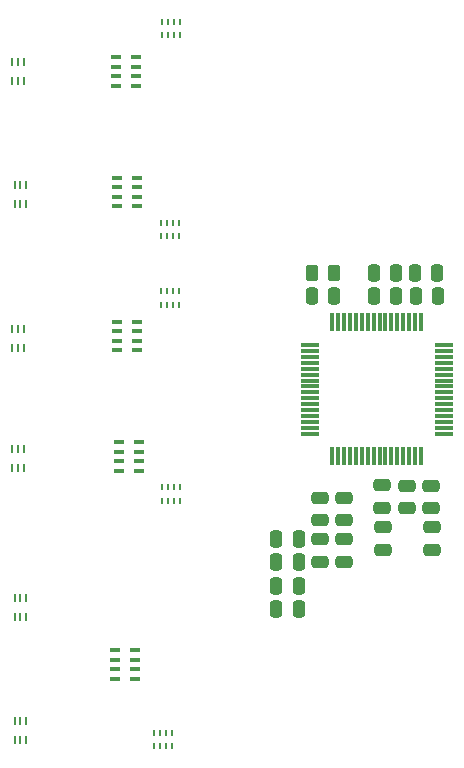
<source format=gbr>
%TF.GenerationSoftware,KiCad,Pcbnew,8.0.4*%
%TF.CreationDate,2024-11-14T19:13:44-05:00*%
%TF.ProjectId,ADS1299_Breakout_Board,41445331-3239-4395-9f42-7265616b6f75,rev?*%
%TF.SameCoordinates,Original*%
%TF.FileFunction,Paste,Top*%
%TF.FilePolarity,Positive*%
%FSLAX46Y46*%
G04 Gerber Fmt 4.6, Leading zero omitted, Abs format (unit mm)*
G04 Created by KiCad (PCBNEW 8.0.4) date 2024-11-14 19:13:44*
%MOMM*%
%LPD*%
G01*
G04 APERTURE LIST*
G04 Aperture macros list*
%AMRoundRect*
0 Rectangle with rounded corners*
0 $1 Rounding radius*
0 $2 $3 $4 $5 $6 $7 $8 $9 X,Y pos of 4 corners*
0 Add a 4 corners polygon primitive as box body*
4,1,4,$2,$3,$4,$5,$6,$7,$8,$9,$2,$3,0*
0 Add four circle primitives for the rounded corners*
1,1,$1+$1,$2,$3*
1,1,$1+$1,$4,$5*
1,1,$1+$1,$6,$7*
1,1,$1+$1,$8,$9*
0 Add four rect primitives between the rounded corners*
20,1,$1+$1,$2,$3,$4,$5,0*
20,1,$1+$1,$4,$5,$6,$7,0*
20,1,$1+$1,$6,$7,$8,$9,0*
20,1,$1+$1,$8,$9,$2,$3,0*%
G04 Aperture macros list end*
%ADD10RoundRect,0.250000X-0.250000X-0.475000X0.250000X-0.475000X0.250000X0.475000X-0.250000X0.475000X0*%
%ADD11RoundRect,0.250000X-0.475000X0.250000X-0.475000X-0.250000X0.475000X-0.250000X0.475000X0.250000X0*%
%ADD12R,0.250000X0.600000*%
%ADD13R,0.900000X0.400000*%
%ADD14R,0.199200X0.704800*%
%ADD15RoundRect,0.250000X0.250000X0.475000X-0.250000X0.475000X-0.250000X-0.475000X0.250000X-0.475000X0*%
%ADD16RoundRect,0.035000X-0.745000X-0.105000X0.745000X-0.105000X0.745000X0.105000X-0.745000X0.105000X0*%
%ADD17RoundRect,0.035000X-0.105000X-0.745000X0.105000X-0.745000X0.105000X0.745000X-0.105000X0.745000X0*%
%ADD18RoundRect,0.250000X0.262500X0.450000X-0.262500X0.450000X-0.262500X-0.450000X0.262500X-0.450000X0*%
%ADD19RoundRect,0.250000X0.475000X-0.250000X0.475000X0.250000X-0.475000X0.250000X-0.475000X-0.250000X0*%
G04 APERTURE END LIST*
D10*
%TO.C,C10*%
X159550000Y-71250000D03*
X161450000Y-71250000D03*
%TD*%
D11*
%TO.C,C9*%
X160250000Y-91800000D03*
X160250000Y-93700000D03*
%TD*%
D10*
%TO.C,C22*%
X156550000Y-95750000D03*
X158450000Y-95750000D03*
%TD*%
D12*
%TO.C,C12*%
X146200000Y-109325000D03*
X146700000Y-109325000D03*
X147200000Y-109325000D03*
X147700000Y-109325000D03*
X147700000Y-108175000D03*
X147200000Y-108175000D03*
X146700000Y-108175000D03*
X146200000Y-108175000D03*
%TD*%
D13*
%TO.C,RN3*%
X144700000Y-53400000D03*
X144700000Y-52600000D03*
X144700000Y-51800000D03*
X144700000Y-51000000D03*
X143000000Y-51000000D03*
X143000000Y-51800000D03*
X143000000Y-52600000D03*
X143000000Y-53400000D03*
%TD*%
D11*
%TO.C,C3*%
X165538500Y-87227000D03*
X165538500Y-89127000D03*
%TD*%
D14*
%TO.C,U5*%
X135399999Y-61795199D03*
X134900000Y-61795199D03*
X134400001Y-61795199D03*
X134400001Y-63400001D03*
X134900000Y-63400001D03*
X135399999Y-63400001D03*
%TD*%
D13*
%TO.C,RN4*%
X144800000Y-63600000D03*
X144800000Y-62800000D03*
X144800000Y-62000000D03*
X144800000Y-61200000D03*
X143100000Y-61200000D03*
X143100000Y-62000000D03*
X143100000Y-62800000D03*
X143100000Y-63600000D03*
%TD*%
D11*
%TO.C,C17*%
X160250000Y-88300000D03*
X160250000Y-90200000D03*
%TD*%
D13*
%TO.C,RN2*%
X144600000Y-103600000D03*
X144600000Y-102800000D03*
X144600000Y-102000000D03*
X144600000Y-101200000D03*
X142900000Y-101200000D03*
X142900000Y-102000000D03*
X142900000Y-102800000D03*
X142900000Y-103600000D03*
%TD*%
D10*
%TO.C,C15*%
X168350000Y-71250000D03*
X170250000Y-71250000D03*
%TD*%
D12*
%TO.C,C14*%
X146800000Y-66150000D03*
X147300000Y-66150000D03*
X147800000Y-66150000D03*
X148300000Y-66150000D03*
X148300000Y-65000000D03*
X147800000Y-65000000D03*
X147300000Y-65000000D03*
X146800000Y-65000000D03*
%TD*%
D14*
%TO.C,U4*%
X135199999Y-51395199D03*
X134700000Y-51395199D03*
X134200001Y-51395199D03*
X134200001Y-53000001D03*
X134700000Y-53000001D03*
X135199999Y-53000001D03*
%TD*%
D10*
%TO.C,C7*%
X164800000Y-71250000D03*
X166700000Y-71250000D03*
%TD*%
D15*
%TO.C,C6*%
X166697800Y-69250000D03*
X164797800Y-69250000D03*
%TD*%
D11*
%TO.C,C18*%
X162250000Y-88300000D03*
X162250000Y-90200000D03*
%TD*%
D16*
%TO.C,U2*%
X159370000Y-75370000D03*
X159370000Y-75870000D03*
X159370000Y-76370000D03*
X159370000Y-76870000D03*
X159370000Y-77370000D03*
X159370000Y-77870000D03*
X159370000Y-78370000D03*
X159370000Y-78870000D03*
X159370000Y-79370000D03*
X159370000Y-79870000D03*
X159370000Y-80370000D03*
X159370000Y-80870000D03*
X159370000Y-81370000D03*
X159370000Y-81870000D03*
X159370000Y-82370000D03*
X159370000Y-82870000D03*
D17*
X161300000Y-84800000D03*
X161800000Y-84800000D03*
X162300000Y-84800000D03*
X162800000Y-84800000D03*
X163300000Y-84800000D03*
X163800000Y-84800000D03*
X164300000Y-84800000D03*
X164800000Y-84800000D03*
X165300000Y-84800000D03*
X165800000Y-84800000D03*
X166300000Y-84800000D03*
X166800000Y-84800000D03*
X167300000Y-84800000D03*
X167800000Y-84800000D03*
X168300000Y-84800000D03*
X168800000Y-84800000D03*
D16*
X170730000Y-82870000D03*
X170730000Y-82370000D03*
X170730000Y-81870000D03*
X170730000Y-81370000D03*
X170730000Y-80870000D03*
X170730000Y-80370000D03*
X170730000Y-79870000D03*
X170730000Y-79370000D03*
X170730000Y-78870000D03*
X170730000Y-78370000D03*
X170730000Y-77870000D03*
X170730000Y-77370000D03*
X170730000Y-76870000D03*
X170730000Y-76370000D03*
X170730000Y-75870000D03*
X170730000Y-75370000D03*
D17*
X168800000Y-73440000D03*
X168300000Y-73440000D03*
X167800000Y-73440000D03*
X167300000Y-73440000D03*
X166800000Y-73440000D03*
X166300000Y-73440000D03*
X165800000Y-73440000D03*
X165300000Y-73440000D03*
X164800000Y-73440000D03*
X164300000Y-73440000D03*
X163800000Y-73440000D03*
X163300000Y-73440000D03*
X162800000Y-73440000D03*
X162300000Y-73440000D03*
X161800000Y-73440000D03*
X161300000Y-73440000D03*
%TD*%
D10*
%TO.C,C20*%
X156550000Y-93750000D03*
X158450000Y-93750000D03*
%TD*%
D13*
%TO.C,RN5*%
X144800000Y-75800000D03*
X144800000Y-75000000D03*
X144800000Y-74200000D03*
X144800000Y-73400000D03*
X143100000Y-73400000D03*
X143100000Y-74200000D03*
X143100000Y-75000000D03*
X143100000Y-75800000D03*
%TD*%
D12*
%TO.C,C13*%
X148400000Y-48000000D03*
X147900000Y-48000000D03*
X147400000Y-48000000D03*
X146900000Y-48000000D03*
X146900000Y-49150000D03*
X147400000Y-49150000D03*
X147900000Y-49150000D03*
X148400000Y-49150000D03*
%TD*%
D18*
%TO.C,R1*%
X161412500Y-69250000D03*
X159587500Y-69250000D03*
%TD*%
D14*
%TO.C,U1*%
X135199999Y-84199999D03*
X134700000Y-84199999D03*
X134200001Y-84199999D03*
X134200001Y-85804801D03*
X134700000Y-85804801D03*
X135199999Y-85804801D03*
%TD*%
D13*
%TO.C,RN1*%
X144900000Y-86000000D03*
X144900000Y-85200000D03*
X144900000Y-84400000D03*
X144900000Y-83600000D03*
X143200000Y-83600000D03*
X143200000Y-84400000D03*
X143200000Y-85200000D03*
X143200000Y-86000000D03*
%TD*%
D11*
%TO.C,C5*%
X169649400Y-87300000D03*
X169649400Y-89200000D03*
%TD*%
D14*
%TO.C,U3*%
X135399999Y-107199999D03*
X134900000Y-107199999D03*
X134400001Y-107199999D03*
X134400001Y-108804801D03*
X134900000Y-108804801D03*
X135399999Y-108804801D03*
%TD*%
D10*
%TO.C,C16*%
X168300000Y-69250000D03*
X170200000Y-69250000D03*
%TD*%
%TO.C,C21*%
X156550000Y-91750000D03*
X158450000Y-91750000D03*
%TD*%
D11*
%TO.C,C8*%
X162250000Y-91800000D03*
X162250000Y-93700000D03*
%TD*%
D19*
%TO.C,C1*%
X169717800Y-92700000D03*
X169717800Y-90800000D03*
%TD*%
D14*
%TO.C,U6*%
X135399999Y-96799999D03*
X134900000Y-96799999D03*
X134400001Y-96799999D03*
X134400001Y-98404801D03*
X134900000Y-98404801D03*
X135399999Y-98404801D03*
%TD*%
D19*
%TO.C,C2*%
X165600000Y-92700000D03*
X165600000Y-90800000D03*
%TD*%
D12*
%TO.C,C11*%
X146900000Y-88550000D03*
X147400000Y-88550000D03*
X147900000Y-88550000D03*
X148400000Y-88550000D03*
X148400000Y-87400000D03*
X147900000Y-87400000D03*
X147400000Y-87400000D03*
X146900000Y-87400000D03*
%TD*%
%TO.C,C23*%
X148300000Y-70800000D03*
X147800000Y-70800000D03*
X147300000Y-70800000D03*
X146800000Y-70800000D03*
X146800000Y-71950000D03*
X147300000Y-71950000D03*
X147800000Y-71950000D03*
X148300000Y-71950000D03*
%TD*%
D14*
%TO.C,U7*%
X135199999Y-73999999D03*
X134700000Y-73999999D03*
X134200001Y-73999999D03*
X134200001Y-75604801D03*
X134700000Y-75604801D03*
X135199999Y-75604801D03*
%TD*%
D10*
%TO.C,C19*%
X156550000Y-97750000D03*
X158450000Y-97750000D03*
%TD*%
D11*
%TO.C,C4*%
X167600000Y-87257100D03*
X167600000Y-89157100D03*
%TD*%
M02*

</source>
